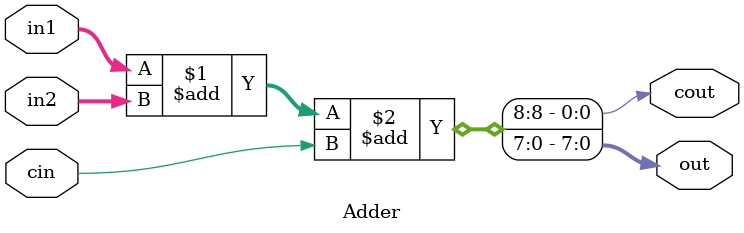
<source format=sv>
module Adder
    #(parameter width = 8)
    (input logic [width-1:0] in1, in2,
    input logic cin,
    output logic [width-1:0] out, 
    output logic cout
);
    assign {cout, out} = in1 + in2 + cin;
endmodule
</source>
